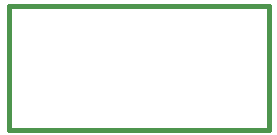
<source format=gbr>
G04 (created by PCBNEW-RS274X (2011-07-08 BZR 3044)-stable) date 5/4/2013 3:49:39 PM*
G01*
G70*
G90*
%MOIN*%
G04 Gerber Fmt 3.4, Leading zero omitted, Abs format*
%FSLAX34Y34*%
G04 APERTURE LIST*
%ADD10C,0.006000*%
%ADD11C,0.015000*%
G04 APERTURE END LIST*
G54D10*
G54D11*
X49606Y-26654D02*
X49606Y-30788D01*
X58268Y-26654D02*
X49606Y-26654D01*
X58268Y-30788D02*
X58268Y-26654D01*
X58268Y-30788D02*
X49607Y-30788D01*
M02*

</source>
